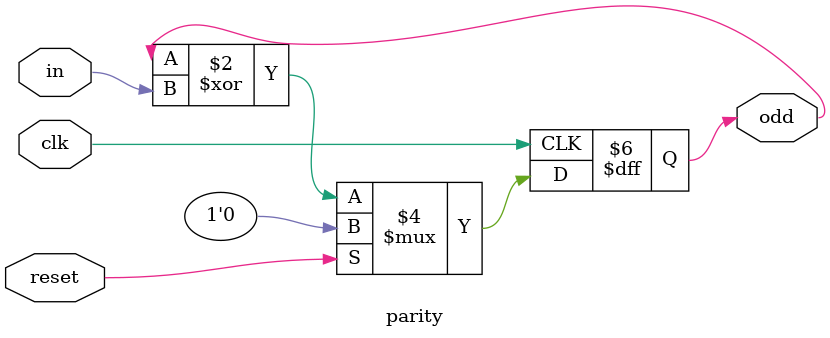
<source format=v>
module top_module(
    input clk,
    input in,
    input reset,    // Synchronous reset
    output [7:0] out_byte,
    output done
); 
	
    // Use FSM from Fsm_serial
    localparam [2:0] IDLE 	 = 3'b000,
					 START 	 = 3'b001,
					 RECEIVE = 3'b010,
					 WAIT	 = 3'b011,
					 STOP    = 3'b100,
					 CHECK   = 3'b101;

	reg [2:0] state, next;
	reg [3:0] i;
	reg [7:0] out;
	reg odd_reset;
	reg odd_reg;
	wire odd;	
	

	always @(*) begin
		case(state)
			IDLE  	: next = (in) ? IDLE : START;
			START 	: next = RECEIVE;
			RECEIVE : next = (i == 8) ? CHECK : RECEIVE;
			CHECK 	: next = (in) ? STOP : WAIT;
			WAIT 	: next = (in) ? IDLE : WAIT;
			STOP 	: next = (in) ? IDLE : START;
		endcase
	end

	always @(posedge clk) begin
		if(reset) state <= IDLE;
		else state <= next;
	end

	always @(posedge clk) begin
		if (reset) begin
			i <= 0;
		end
		else begin
			case(next) 
				RECEIVE : begin
					i <= i + 4'h1;
				end
				STOP : begin
					i <= 0;
				end
				default : begin
					i <= 0;
				end
			endcase
		end
	end

    // New: Datapath to latch input bits.
    always @(posedge clk) begin
    	if (reset) out <= 0;
    	else if (next == RECEIVE)
    		out[i] <= in;
    end

    // New: Add parity checking.
    parity u_parity(
        .clk(clk),
        .reset(reset | odd_reset),
        .in(in),
        .odd(odd));  

    always @(posedge clk) begin
    	if(reset) odd_reg <= 0;
    	else odd_reg <= odd; 
    end

    always @(posedge clk) begin
		case(next)
			IDLE : odd_reset <= 1;	
			STOP : odd_reset <= 1;
			default : odd_reset <= 0;
		endcase
    end

    assign done = ((state == STOP) && odd_reg);
    assign out_byte = (done) ? out : 8'b0;

endmodule

// Simple odd-parity generator over serial input stream.
module parity(
    input clk,
    input reset,
    input in,
    output reg odd
);
    always @(posedge clk) begin
        if (reset) odd <= 0;
        else odd <= odd ^ in;
    end
endmodule

</source>
